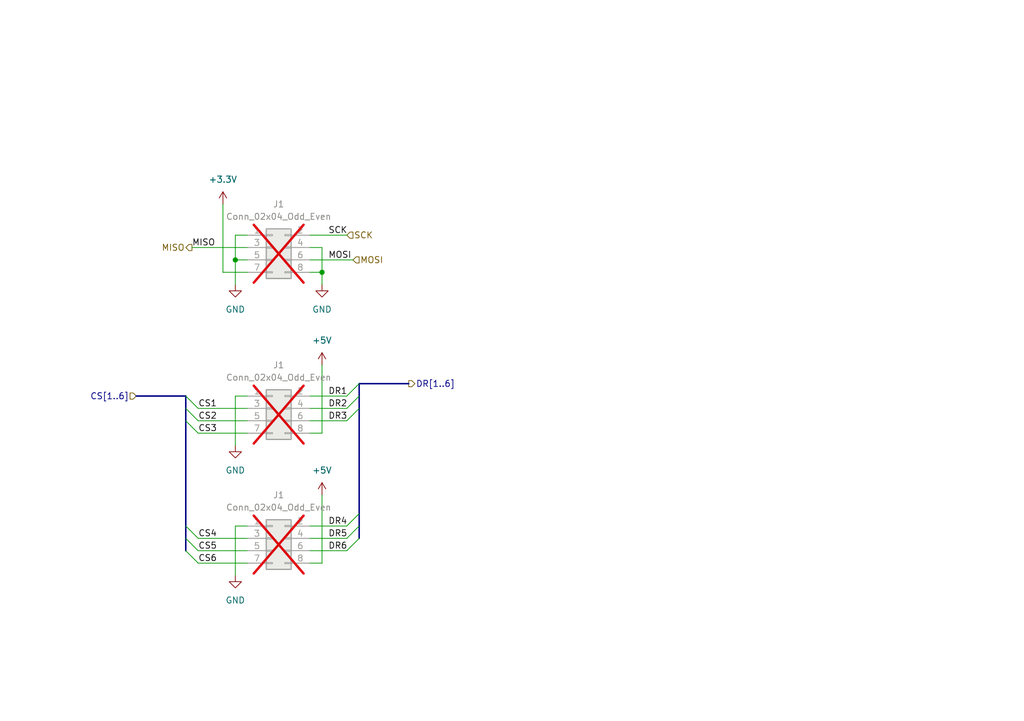
<source format=kicad_sch>
(kicad_sch (version 20230121) (generator eeschema)

  (uuid 27afe288-579d-4a00-be7f-5db13f2ac02c)

  (paper "A5")

  (lib_symbols
    (symbol "Connector_Generic:Conn_02x04_Odd_Even" (pin_names (offset 1.016) hide) (in_bom yes) (on_board yes)
      (property "Reference" "J" (at 1.27 5.08 0)
        (effects (font (size 1.27 1.27)))
      )
      (property "Value" "Conn_02x04_Odd_Even" (at 1.27 -7.62 0)
        (effects (font (size 1.27 1.27)))
      )
      (property "Footprint" "" (at 0 0 0)
        (effects (font (size 1.27 1.27)) hide)
      )
      (property "Datasheet" "~" (at 0 0 0)
        (effects (font (size 1.27 1.27)) hide)
      )
      (property "ki_keywords" "connector" (at 0 0 0)
        (effects (font (size 1.27 1.27)) hide)
      )
      (property "ki_description" "Generic connector, double row, 02x04, odd/even pin numbering scheme (row 1 odd numbers, row 2 even numbers), script generated (kicad-library-utils/schlib/autogen/connector/)" (at 0 0 0)
        (effects (font (size 1.27 1.27)) hide)
      )
      (property "ki_fp_filters" "Connector*:*_2x??_*" (at 0 0 0)
        (effects (font (size 1.27 1.27)) hide)
      )
      (symbol "Conn_02x04_Odd_Even_1_1"
        (rectangle (start -1.27 -4.953) (end 0 -5.207)
          (stroke (width 0.1524) (type default))
          (fill (type none))
        )
        (rectangle (start -1.27 -2.413) (end 0 -2.667)
          (stroke (width 0.1524) (type default))
          (fill (type none))
        )
        (rectangle (start -1.27 0.127) (end 0 -0.127)
          (stroke (width 0.1524) (type default))
          (fill (type none))
        )
        (rectangle (start -1.27 2.667) (end 0 2.413)
          (stroke (width 0.1524) (type default))
          (fill (type none))
        )
        (rectangle (start -1.27 3.81) (end 3.81 -6.35)
          (stroke (width 0.254) (type default))
          (fill (type background))
        )
        (rectangle (start 3.81 -4.953) (end 2.54 -5.207)
          (stroke (width 0.1524) (type default))
          (fill (type none))
        )
        (rectangle (start 3.81 -2.413) (end 2.54 -2.667)
          (stroke (width 0.1524) (type default))
          (fill (type none))
        )
        (rectangle (start 3.81 0.127) (end 2.54 -0.127)
          (stroke (width 0.1524) (type default))
          (fill (type none))
        )
        (rectangle (start 3.81 2.667) (end 2.54 2.413)
          (stroke (width 0.1524) (type default))
          (fill (type none))
        )
        (pin passive line (at -5.08 2.54 0) (length 3.81)
          (name "Pin_1" (effects (font (size 1.27 1.27))))
          (number "1" (effects (font (size 1.27 1.27))))
        )
        (pin passive line (at 7.62 2.54 180) (length 3.81)
          (name "Pin_2" (effects (font (size 1.27 1.27))))
          (number "2" (effects (font (size 1.27 1.27))))
        )
        (pin passive line (at -5.08 0 0) (length 3.81)
          (name "Pin_3" (effects (font (size 1.27 1.27))))
          (number "3" (effects (font (size 1.27 1.27))))
        )
        (pin passive line (at 7.62 0 180) (length 3.81)
          (name "Pin_4" (effects (font (size 1.27 1.27))))
          (number "4" (effects (font (size 1.27 1.27))))
        )
        (pin passive line (at -5.08 -2.54 0) (length 3.81)
          (name "Pin_5" (effects (font (size 1.27 1.27))))
          (number "5" (effects (font (size 1.27 1.27))))
        )
        (pin passive line (at 7.62 -2.54 180) (length 3.81)
          (name "Pin_6" (effects (font (size 1.27 1.27))))
          (number "6" (effects (font (size 1.27 1.27))))
        )
        (pin passive line (at -5.08 -5.08 0) (length 3.81)
          (name "Pin_7" (effects (font (size 1.27 1.27))))
          (number "7" (effects (font (size 1.27 1.27))))
        )
        (pin passive line (at 7.62 -5.08 180) (length 3.81)
          (name "Pin_8" (effects (font (size 1.27 1.27))))
          (number "8" (effects (font (size 1.27 1.27))))
        )
      )
    )
    (symbol "power:+3.3V" (power) (pin_names (offset 0)) (in_bom yes) (on_board yes)
      (property "Reference" "#PWR" (at 0 -3.81 0)
        (effects (font (size 1.27 1.27)) hide)
      )
      (property "Value" "+3.3V" (at 0 3.556 0)
        (effects (font (size 1.27 1.27)))
      )
      (property "Footprint" "" (at 0 0 0)
        (effects (font (size 1.27 1.27)) hide)
      )
      (property "Datasheet" "" (at 0 0 0)
        (effects (font (size 1.27 1.27)) hide)
      )
      (property "ki_keywords" "global power" (at 0 0 0)
        (effects (font (size 1.27 1.27)) hide)
      )
      (property "ki_description" "Power symbol creates a global label with name \"+3.3V\"" (at 0 0 0)
        (effects (font (size 1.27 1.27)) hide)
      )
      (symbol "+3.3V_0_1"
        (polyline
          (pts
            (xy -0.762 1.27)
            (xy 0 2.54)
          )
          (stroke (width 0) (type default))
          (fill (type none))
        )
        (polyline
          (pts
            (xy 0 0)
            (xy 0 2.54)
          )
          (stroke (width 0) (type default))
          (fill (type none))
        )
        (polyline
          (pts
            (xy 0 2.54)
            (xy 0.762 1.27)
          )
          (stroke (width 0) (type default))
          (fill (type none))
        )
      )
      (symbol "+3.3V_1_1"
        (pin power_in line (at 0 0 90) (length 0) hide
          (name "+3.3V" (effects (font (size 1.27 1.27))))
          (number "1" (effects (font (size 1.27 1.27))))
        )
      )
    )
    (symbol "power:+5V" (power) (pin_names (offset 0)) (in_bom yes) (on_board yes)
      (property "Reference" "#PWR" (at 0 -3.81 0)
        (effects (font (size 1.27 1.27)) hide)
      )
      (property "Value" "+5V" (at 0 3.556 0)
        (effects (font (size 1.27 1.27)))
      )
      (property "Footprint" "" (at 0 0 0)
        (effects (font (size 1.27 1.27)) hide)
      )
      (property "Datasheet" "" (at 0 0 0)
        (effects (font (size 1.27 1.27)) hide)
      )
      (property "ki_keywords" "global power" (at 0 0 0)
        (effects (font (size 1.27 1.27)) hide)
      )
      (property "ki_description" "Power symbol creates a global label with name \"+5V\"" (at 0 0 0)
        (effects (font (size 1.27 1.27)) hide)
      )
      (symbol "+5V_0_1"
        (polyline
          (pts
            (xy -0.762 1.27)
            (xy 0 2.54)
          )
          (stroke (width 0) (type default))
          (fill (type none))
        )
        (polyline
          (pts
            (xy 0 0)
            (xy 0 2.54)
          )
          (stroke (width 0) (type default))
          (fill (type none))
        )
        (polyline
          (pts
            (xy 0 2.54)
            (xy 0.762 1.27)
          )
          (stroke (width 0) (type default))
          (fill (type none))
        )
      )
      (symbol "+5V_1_1"
        (pin power_in line (at 0 0 90) (length 0) hide
          (name "+5V" (effects (font (size 1.27 1.27))))
          (number "1" (effects (font (size 1.27 1.27))))
        )
      )
    )
    (symbol "power:GND" (power) (pin_names (offset 0)) (in_bom yes) (on_board yes)
      (property "Reference" "#PWR" (at 0 -6.35 0)
        (effects (font (size 1.27 1.27)) hide)
      )
      (property "Value" "GND" (at 0 -3.81 0)
        (effects (font (size 1.27 1.27)))
      )
      (property "Footprint" "" (at 0 0 0)
        (effects (font (size 1.27 1.27)) hide)
      )
      (property "Datasheet" "" (at 0 0 0)
        (effects (font (size 1.27 1.27)) hide)
      )
      (property "ki_keywords" "global power" (at 0 0 0)
        (effects (font (size 1.27 1.27)) hide)
      )
      (property "ki_description" "Power symbol creates a global label with name \"GND\" , ground" (at 0 0 0)
        (effects (font (size 1.27 1.27)) hide)
      )
      (symbol "GND_0_1"
        (polyline
          (pts
            (xy 0 0)
            (xy 0 -1.27)
            (xy 1.27 -1.27)
            (xy 0 -2.54)
            (xy -1.27 -1.27)
            (xy 0 -1.27)
          )
          (stroke (width 0) (type default))
          (fill (type none))
        )
      )
      (symbol "GND_1_1"
        (pin power_in line (at 0 0 270) (length 0) hide
          (name "GND" (effects (font (size 1.27 1.27))))
          (number "1" (effects (font (size 1.27 1.27))))
        )
      )
    )
  )

  (junction (at 66.04 55.88) (diameter 0) (color 0 0 0 0)
    (uuid 9e8ecebf-4d6d-4ef5-be6a-abc7b2756cb1)
  )
  (junction (at 48.26 53.34) (diameter 0) (color 0 0 0 0)
    (uuid ed18fc76-2ac4-4307-8034-f26df69c1fe2)
  )

  (bus_entry (at 71.12 107.95) (size 2.54 -2.54)
    (stroke (width 0) (type default))
    (uuid 0ef49030-78a7-4c69-892c-2a6f754d477a)
  )
  (bus_entry (at 71.12 81.28) (size 2.54 -2.54)
    (stroke (width 0) (type default))
    (uuid 1855c7ca-6f4a-4acc-bdba-4af9bc23491c)
  )
  (bus_entry (at 38.1 113.03) (size 2.54 2.54)
    (stroke (width 0) (type default))
    (uuid 2e4d6b1a-36cb-4dfa-a73b-b2e700ba8ea1)
  )
  (bus_entry (at 38.1 107.95) (size 2.54 2.54)
    (stroke (width 0) (type default))
    (uuid 3d86f8e6-d779-4644-ab66-f160d124b949)
  )
  (bus_entry (at 71.12 110.49) (size 2.54 -2.54)
    (stroke (width 0) (type default))
    (uuid 5ad90f27-325c-46ea-9169-a9e758214b1d)
  )
  (bus_entry (at 38.1 110.49) (size 2.54 2.54)
    (stroke (width 0) (type default))
    (uuid 5e1a5e7b-9a7b-4be5-9f86-1d1203a261a1)
  )
  (bus_entry (at 71.12 83.82) (size 2.54 -2.54)
    (stroke (width 0) (type default))
    (uuid 7e40626a-4534-468d-9087-8b071357b131)
  )
  (bus_entry (at 38.1 86.36) (size 2.54 2.54)
    (stroke (width 0) (type default))
    (uuid a811f4a0-9526-4373-bf17-964b4969e606)
  )
  (bus_entry (at 71.12 86.36) (size 2.54 -2.54)
    (stroke (width 0) (type default))
    (uuid c04f8acb-c1ea-453e-a17e-c55afc965d1d)
  )
  (bus_entry (at 71.12 113.03) (size 2.54 -2.54)
    (stroke (width 0) (type default))
    (uuid cd1b6b88-3379-4c72-86b1-26b799ecaf99)
  )
  (bus_entry (at 38.1 81.28) (size 2.54 2.54)
    (stroke (width 0) (type default))
    (uuid d4ed6d04-08ce-49a2-9d00-cab815edd6a1)
  )
  (bus_entry (at 38.1 83.82) (size 2.54 2.54)
    (stroke (width 0) (type default))
    (uuid ed9d9692-e719-44d2-a258-636ae87e1ade)
  )

  (wire (pts (xy 45.72 41.91) (xy 45.72 55.88))
    (stroke (width 0) (type default))
    (uuid 05bf73e1-0040-46eb-b57a-f10e74a0ec5e)
  )
  (wire (pts (xy 40.64 113.03) (xy 50.8 113.03))
    (stroke (width 0) (type default))
    (uuid 09474244-bad9-4695-86cc-54b134d83d25)
  )
  (wire (pts (xy 66.04 101.6) (xy 66.04 115.57))
    (stroke (width 0) (type default))
    (uuid 1270104c-e633-447e-baa5-83dff88aaba2)
  )
  (wire (pts (xy 40.64 83.82) (xy 50.8 83.82))
    (stroke (width 0) (type default))
    (uuid 1d1ce6d9-a49b-49af-8ab8-ca5273852682)
  )
  (wire (pts (xy 63.5 86.36) (xy 71.12 86.36))
    (stroke (width 0) (type default))
    (uuid 20cc2bda-087c-40f4-9e80-8468db58f875)
  )
  (wire (pts (xy 66.04 115.57) (xy 63.5 115.57))
    (stroke (width 0) (type default))
    (uuid 21c34a1f-a1ba-42bc-97d2-6ebaee2a9f20)
  )
  (bus (pts (xy 38.1 110.49) (xy 38.1 113.03))
    (stroke (width 0) (type default))
    (uuid 2f14890b-62d1-466f-90aa-08dc3eef792e)
  )

  (wire (pts (xy 66.04 50.8) (xy 63.5 50.8))
    (stroke (width 0) (type default))
    (uuid 2f955ac6-12d4-4238-9b6b-8fd4cc2288eb)
  )
  (bus (pts (xy 73.66 107.95) (xy 73.66 105.41))
    (stroke (width 0) (type default))
    (uuid 35af8bc5-96d3-4ea9-97de-5addc1fb039f)
  )

  (wire (pts (xy 63.5 81.28) (xy 71.12 81.28))
    (stroke (width 0) (type default))
    (uuid 3bbd4f3f-6475-4372-8ee4-028adcf4464a)
  )
  (wire (pts (xy 48.26 48.26) (xy 50.8 48.26))
    (stroke (width 0) (type default))
    (uuid 40018d4a-25b9-4af2-817e-e2b705d7d86a)
  )
  (wire (pts (xy 48.26 91.44) (xy 48.26 81.28))
    (stroke (width 0) (type default))
    (uuid 431382d1-702a-4b46-b483-cafd31b20b7a)
  )
  (wire (pts (xy 66.04 88.9) (xy 63.5 88.9))
    (stroke (width 0) (type default))
    (uuid 43948b55-6765-4415-bc8c-9f028d7e88e0)
  )
  (bus (pts (xy 73.66 83.82) (xy 73.66 81.28))
    (stroke (width 0) (type default))
    (uuid 459c4131-49f8-401b-97b5-3da8d2af3d37)
  )
  (bus (pts (xy 73.66 81.28) (xy 73.66 78.74))
    (stroke (width 0) (type default))
    (uuid 476c5b70-e40f-4127-bb50-519c4ae6cda6)
  )
  (bus (pts (xy 73.66 83.82) (xy 73.66 105.41))
    (stroke (width 0) (type default))
    (uuid 4a9b9134-f004-4356-9edc-48f31cd934f0)
  )

  (wire (pts (xy 66.04 58.42) (xy 66.04 55.88))
    (stroke (width 0) (type default))
    (uuid 53347c88-04cc-4785-ae2c-d8282868a9fa)
  )
  (wire (pts (xy 48.26 53.34) (xy 50.8 53.34))
    (stroke (width 0) (type default))
    (uuid 58683b61-2414-4bcf-8984-5e8afa8ca518)
  )
  (bus (pts (xy 38.1 86.36) (xy 38.1 83.82))
    (stroke (width 0) (type default))
    (uuid 5f04b333-6f5f-459b-86a4-9d2d84fbaa82)
  )

  (wire (pts (xy 40.64 88.9) (xy 50.8 88.9))
    (stroke (width 0) (type default))
    (uuid 65d1c812-3fb6-4e99-b4b8-ce60d3ee60cf)
  )
  (wire (pts (xy 39.37 50.8) (xy 50.8 50.8))
    (stroke (width 0) (type default))
    (uuid 68cedeca-5074-4b91-b872-e3af26cf2272)
  )
  (bus (pts (xy 73.66 110.49) (xy 73.66 107.95))
    (stroke (width 0) (type default))
    (uuid 6b1aa145-5ae8-4b93-94a8-19c5d9980b73)
  )

  (wire (pts (xy 48.26 107.95) (xy 50.8 107.95))
    (stroke (width 0) (type default))
    (uuid 799de0df-e546-4e08-a580-19dc062aa861)
  )
  (wire (pts (xy 66.04 55.88) (xy 63.5 55.88))
    (stroke (width 0) (type default))
    (uuid 7a984750-992b-44ad-b65d-37a5a82fb77e)
  )
  (bus (pts (xy 27.94 81.28) (xy 38.1 81.28))
    (stroke (width 0) (type default))
    (uuid 7b7bc142-0cb8-40fe-8d04-864158ca4656)
  )
  (bus (pts (xy 38.1 86.36) (xy 38.1 107.95))
    (stroke (width 0) (type default))
    (uuid 811b00eb-c723-46e9-a607-d022a887289c)
  )

  (wire (pts (xy 63.5 107.95) (xy 71.12 107.95))
    (stroke (width 0) (type default))
    (uuid 85acab09-9921-4273-a24b-d64c2f0ad1ca)
  )
  (wire (pts (xy 63.5 48.26) (xy 71.12 48.26))
    (stroke (width 0) (type default))
    (uuid 8631e486-a89f-4344-969b-1722e0abb9f4)
  )
  (wire (pts (xy 63.5 113.03) (xy 71.12 113.03))
    (stroke (width 0) (type default))
    (uuid 864aa342-6233-4489-8ffe-eb4cf8c61de7)
  )
  (wire (pts (xy 63.5 83.82) (xy 71.12 83.82))
    (stroke (width 0) (type default))
    (uuid 9c591b10-6057-49a4-8777-d8a6b272b267)
  )
  (wire (pts (xy 63.5 110.49) (xy 71.12 110.49))
    (stroke (width 0) (type default))
    (uuid 9e348754-d0a9-43f4-bb28-6136e77c8de6)
  )
  (bus (pts (xy 73.66 78.74) (xy 83.82 78.74))
    (stroke (width 0) (type default))
    (uuid a4c4552e-4cff-4166-b095-24fc333b9c71)
  )
  (bus (pts (xy 38.1 107.95) (xy 38.1 110.49))
    (stroke (width 0) (type default))
    (uuid b23c7a72-39f6-42b8-b4d4-df6bb7b38db5)
  )

  (wire (pts (xy 40.64 86.36) (xy 50.8 86.36))
    (stroke (width 0) (type default))
    (uuid ba9ed25a-5ff0-4c50-8422-8045431acf3f)
  )
  (wire (pts (xy 63.5 53.34) (xy 72.39 53.34))
    (stroke (width 0) (type default))
    (uuid c1b63558-1ed1-4887-8249-5e3fc0abaa3a)
  )
  (wire (pts (xy 45.72 55.88) (xy 50.8 55.88))
    (stroke (width 0) (type default))
    (uuid c88d29e2-5f39-4118-ab3f-f0eb007c042b)
  )
  (wire (pts (xy 48.26 58.42) (xy 48.26 53.34))
    (stroke (width 0) (type default))
    (uuid c99c6271-b56c-439c-962f-19c69ebbf74d)
  )
  (wire (pts (xy 48.26 53.34) (xy 48.26 48.26))
    (stroke (width 0) (type default))
    (uuid cce0a6a2-f521-429f-bd0e-ec3aa7915f09)
  )
  (wire (pts (xy 66.04 74.93) (xy 66.04 88.9))
    (stroke (width 0) (type default))
    (uuid d76f793d-9baa-40b6-a517-5fec18b2eea3)
  )
  (wire (pts (xy 48.26 81.28) (xy 50.8 81.28))
    (stroke (width 0) (type default))
    (uuid d8b77601-6d07-424b-8764-8c76adcd73e2)
  )
  (wire (pts (xy 40.64 110.49) (xy 50.8 110.49))
    (stroke (width 0) (type default))
    (uuid d932b5ec-f1d8-468d-9c18-603721348df7)
  )
  (wire (pts (xy 48.26 118.11) (xy 48.26 107.95))
    (stroke (width 0) (type default))
    (uuid e5070b0c-9530-4c7b-b7d0-38fb230751a2)
  )
  (wire (pts (xy 66.04 55.88) (xy 66.04 50.8))
    (stroke (width 0) (type default))
    (uuid e5b518c7-21ec-49e5-9990-193016149b87)
  )
  (bus (pts (xy 38.1 83.82) (xy 38.1 81.28))
    (stroke (width 0) (type default))
    (uuid f0ac65bf-4242-4c06-9897-0aa2b6980fa0)
  )

  (wire (pts (xy 40.64 115.57) (xy 50.8 115.57))
    (stroke (width 0) (type default))
    (uuid fb2925c7-ccde-44f1-b173-8e27aae4f8e3)
  )

  (label "DR4" (at 67.31 107.95 0) (fields_autoplaced)
    (effects (font (size 1.27 1.27)) (justify left bottom))
    (uuid 30f35137-6d6d-4e27-b674-c509400b93ee)
  )
  (label "SCK" (at 67.31 48.26 0) (fields_autoplaced)
    (effects (font (size 1.27 1.27)) (justify left bottom))
    (uuid 3caf10dd-8ab4-44bb-9eb4-2b6691465feb)
  )
  (label "DR3" (at 67.31 86.36 0) (fields_autoplaced)
    (effects (font (size 1.27 1.27)) (justify left bottom))
    (uuid 44a11206-0cc6-40bc-8c9e-c7dea54dd084)
  )
  (label "MOSI" (at 67.31 53.34 0) (fields_autoplaced)
    (effects (font (size 1.27 1.27)) (justify left bottom))
    (uuid 56503e8d-5212-49a8-b5b2-4c712409feb6)
  )
  (label "CS3" (at 40.64 88.9 0) (fields_autoplaced)
    (effects (font (size 1.27 1.27)) (justify left bottom))
    (uuid 70fb0211-9c17-4189-8f77-a33ab6c94032)
  )
  (label "CS1" (at 40.64 83.82 0) (fields_autoplaced)
    (effects (font (size 1.27 1.27)) (justify left bottom))
    (uuid a2426303-2390-4090-942f-d2045b2d2856)
  )
  (label "CS5" (at 40.64 113.03 0) (fields_autoplaced)
    (effects (font (size 1.27 1.27)) (justify left bottom))
    (uuid ad7ebb51-5b2c-44a7-8ef1-8f6ec4b47033)
  )
  (label "MISO" (at 39.37 50.8 0) (fields_autoplaced)
    (effects (font (size 1.27 1.27)) (justify left bottom))
    (uuid b41cc983-fc96-4f97-b6d9-dd6e366fd1fb)
  )
  (label "DR6" (at 67.31 113.03 0) (fields_autoplaced)
    (effects (font (size 1.27 1.27)) (justify left bottom))
    (uuid b6ded1bc-cd9f-49f4-81de-77e12d0e144d)
  )
  (label "DR5" (at 67.31 110.49 0) (fields_autoplaced)
    (effects (font (size 1.27 1.27)) (justify left bottom))
    (uuid c1432051-e471-4f4f-a01b-63e4d51999a6)
  )
  (label "DR1" (at 67.31 81.28 0) (fields_autoplaced)
    (effects (font (size 1.27 1.27)) (justify left bottom))
    (uuid c2aaf23b-0588-46d2-bac5-56856429d6aa)
  )
  (label "CS4" (at 40.64 110.49 0) (fields_autoplaced)
    (effects (font (size 1.27 1.27)) (justify left bottom))
    (uuid e11965f5-7357-472b-8d09-744635147bf0)
  )
  (label "CS6" (at 40.64 115.57 0) (fields_autoplaced)
    (effects (font (size 1.27 1.27)) (justify left bottom))
    (uuid e2f46031-6dee-400f-bdc7-d08eb77470f0)
  )
  (label "DR2" (at 67.31 83.82 0) (fields_autoplaced)
    (effects (font (size 1.27 1.27)) (justify left bottom))
    (uuid f682ae70-bece-4269-b5ae-140f9779042b)
  )
  (label "CS2" (at 40.64 86.36 0) (fields_autoplaced)
    (effects (font (size 1.27 1.27)) (justify left bottom))
    (uuid fa5defa7-9885-4313-a33e-1066f2586437)
  )

  (hierarchical_label "SCK" (shape input) (at 71.12 48.26 0) (fields_autoplaced)
    (effects (font (size 1.27 1.27)) (justify left))
    (uuid 51cd516a-fd32-4443-9978-97c19335cdcc)
  )
  (hierarchical_label "MOSI" (shape input) (at 72.39 53.34 0) (fields_autoplaced)
    (effects (font (size 1.27 1.27)) (justify left))
    (uuid 77573985-947e-44b7-bfa3-2f80a6700268)
  )
  (hierarchical_label "CS[1..6]" (shape input) (at 27.94 81.28 180) (fields_autoplaced)
    (effects (font (size 1.27 1.27)) (justify right))
    (uuid b27558f2-1c7b-46e0-9802-a3cd19cfb1b9)
  )
  (hierarchical_label "DR[1..6]" (shape output) (at 83.82 78.74 0) (fields_autoplaced)
    (effects (font (size 1.27 1.27)) (justify left))
    (uuid bece85da-060b-4152-a2f4-c680082410af)
  )
  (hierarchical_label "MISO" (shape output) (at 39.37 50.8 180) (fields_autoplaced)
    (effects (font (size 1.27 1.27)) (justify right))
    (uuid ea613736-34c3-49b2-9018-abd741db6344)
  )

  (symbol (lib_id "power:GND") (at 48.26 118.11 0) (unit 1)
    (in_bom yes) (on_board yes) (dnp no) (fields_autoplaced)
    (uuid 1fe19635-33ac-4162-8f18-a5c5aafc9509)
    (property "Reference" "#PWR017" (at 48.26 124.46 0)
      (effects (font (size 1.27 1.27)) hide)
    )
    (property "Value" "GND" (at 48.26 123.19 0)
      (effects (font (size 1.27 1.27)))
    )
    (property "Footprint" "" (at 48.26 118.11 0)
      (effects (font (size 1.27 1.27)) hide)
    )
    (property "Datasheet" "" (at 48.26 118.11 0)
      (effects (font (size 1.27 1.27)) hide)
    )
    (pin "1" (uuid e83a3aac-8d71-41d0-b247-f79960fa4918))
    (instances
      (project "SensorNode"
        (path "/f9afaad8-ec12-4acb-8555-4f24af8e63da"
          (reference "#PWR017") (unit 1)
        )
        (path "/f9afaad8-ec12-4acb-8555-4f24af8e63da/fe0f83c2-c3bf-409f-ac05-79d91c87632a"
          (reference "#PWR043") (unit 1)
        )
        (path "/f9afaad8-ec12-4acb-8555-4f24af8e63da/e4efc7d8-79f0-4b48-b685-d62e1b13b95b"
          (reference "#PWR036") (unit 1)
        )
        (path "/f9afaad8-ec12-4acb-8555-4f24af8e63da/5eab1850-5ba7-43b2-8afd-3496df17c21b"
          (reference "#PWR073") (unit 1)
        )
      )
    )
  )

  (symbol (lib_id "power:+5V") (at 66.04 74.93 0) (unit 1)
    (in_bom yes) (on_board yes) (dnp no) (fields_autoplaced)
    (uuid 413a734f-974d-4503-9124-ef3b144f14c4)
    (property "Reference" "#PWR041" (at 66.04 78.74 0)
      (effects (font (size 1.27 1.27)) hide)
    )
    (property "Value" "+5V" (at 66.04 69.85 0)
      (effects (font (size 1.27 1.27)))
    )
    (property "Footprint" "" (at 66.04 74.93 0)
      (effects (font (size 1.27 1.27)) hide)
    )
    (property "Datasheet" "" (at 66.04 74.93 0)
      (effects (font (size 1.27 1.27)) hide)
    )
    (pin "1" (uuid 08885d7b-5256-4117-a531-ff33f0e28d7a))
    (instances
      (project "SensorNode"
        (path "/f9afaad8-ec12-4acb-8555-4f24af8e63da"
          (reference "#PWR041") (unit 1)
        )
        (path "/f9afaad8-ec12-4acb-8555-4f24af8e63da/fe0f83c2-c3bf-409f-ac05-79d91c87632a"
          (reference "#PWR045") (unit 1)
        )
        (path "/f9afaad8-ec12-4acb-8555-4f24af8e63da/e4efc7d8-79f0-4b48-b685-d62e1b13b95b"
          (reference "#PWR038") (unit 1)
        )
        (path "/f9afaad8-ec12-4acb-8555-4f24af8e63da/5eab1850-5ba7-43b2-8afd-3496df17c21b"
          (reference "#PWR075") (unit 1)
        )
      )
    )
  )

  (symbol (lib_id "power:GND") (at 48.26 91.44 0) (unit 1)
    (in_bom yes) (on_board yes) (dnp no) (fields_autoplaced)
    (uuid 4869c196-4e73-47a8-898f-9d8f8ae7f850)
    (property "Reference" "#PWR038" (at 48.26 97.79 0)
      (effects (font (size 1.27 1.27)) hide)
    )
    (property "Value" "GND" (at 48.26 96.52 0)
      (effects (font (size 1.27 1.27)))
    )
    (property "Footprint" "" (at 48.26 91.44 0)
      (effects (font (size 1.27 1.27)) hide)
    )
    (property "Datasheet" "" (at 48.26 91.44 0)
      (effects (font (size 1.27 1.27)) hide)
    )
    (pin "1" (uuid a50920f5-80e2-4137-8321-d00f7ffa752b))
    (instances
      (project "SensorNode"
        (path "/f9afaad8-ec12-4acb-8555-4f24af8e63da"
          (reference "#PWR038") (unit 1)
        )
        (path "/f9afaad8-ec12-4acb-8555-4f24af8e63da/fe0f83c2-c3bf-409f-ac05-79d91c87632a"
          (reference "#PWR042") (unit 1)
        )
        (path "/f9afaad8-ec12-4acb-8555-4f24af8e63da/e4efc7d8-79f0-4b48-b685-d62e1b13b95b"
          (reference "#PWR035") (unit 1)
        )
        (path "/f9afaad8-ec12-4acb-8555-4f24af8e63da/5eab1850-5ba7-43b2-8afd-3496df17c21b"
          (reference "#PWR072") (unit 1)
        )
      )
    )
  )

  (symbol (lib_id "Connector_Generic:Conn_02x04_Odd_Even") (at 55.88 110.49 0) (unit 1)
    (in_bom yes) (on_board yes) (dnp yes) (fields_autoplaced)
    (uuid 54cbfd4a-2735-4a7a-a0e3-2aa0de41dc42)
    (property "Reference" "J1" (at 57.15 101.6 0)
      (effects (font (size 1.27 1.27)))
    )
    (property "Value" "Conn_02x04_Odd_Even" (at 57.15 104.14 0)
      (effects (font (size 1.27 1.27)))
    )
    (property "Footprint" "Connector_PinHeader_2.54mm:PinHeader_2x04_P2.54mm_Vertical" (at 55.88 110.49 0)
      (effects (font (size 1.27 1.27)) hide)
    )
    (property "Datasheet" "~" (at 55.88 110.49 0)
      (effects (font (size 1.27 1.27)) hide)
    )
    (pin "1" (uuid e9e678f8-3e25-41f6-96c1-b96cc595fa7f))
    (pin "2" (uuid a22a3c90-54a0-4d80-b07c-510adaf32b33))
    (pin "3" (uuid 502642cf-981a-42d2-9b8e-1e4a5219e9d5))
    (pin "4" (uuid 36e7db69-d6a4-4a0f-bdd6-48569ed087a2))
    (pin "5" (uuid 378f0a0e-7264-4cce-beca-fbce767826ff))
    (pin "6" (uuid db970e9b-75a4-4d92-9c24-e97aecb5c6b8))
    (pin "7" (uuid 8033af97-d1f6-4778-b4ee-cbf770490281))
    (pin "8" (uuid 5491d315-7295-4cd2-9332-3a214e19d7fb))
    (instances
      (project "SensorNode"
        (path "/f9afaad8-ec12-4acb-8555-4f24af8e63da/fe0f83c2-c3bf-409f-ac05-79d91c87632a"
          (reference "J1") (unit 1)
        )
        (path "/f9afaad8-ec12-4acb-8555-4f24af8e63da/fd758c2b-769d-4773-9001-1a02def9017e"
          (reference "J2") (unit 1)
        )
        (path "/f9afaad8-ec12-4acb-8555-4f24af8e63da/af1e191b-0d5a-4c12-954c-6698dc463854"
          (reference "J3") (unit 1)
        )
        (path "/f9afaad8-ec12-4acb-8555-4f24af8e63da/e4efc7d8-79f0-4b48-b685-d62e1b13b95b"
          (reference "J14") (unit 1)
        )
        (path "/f9afaad8-ec12-4acb-8555-4f24af8e63da/5eab1850-5ba7-43b2-8afd-3496df17c21b"
          (reference "J15") (unit 1)
        )
      )
    )
  )

  (symbol (lib_id "power:+3.3V") (at 45.72 41.91 0) (unit 1)
    (in_bom yes) (on_board yes) (dnp no) (fields_autoplaced)
    (uuid 89b2e218-d3a8-408c-b16f-c0a4da48148f)
    (property "Reference" "#PWR037" (at 45.72 45.72 0)
      (effects (font (size 1.27 1.27)) hide)
    )
    (property "Value" "+3.3V" (at 45.72 36.83 0)
      (effects (font (size 1.27 1.27)))
    )
    (property "Footprint" "" (at 45.72 41.91 0)
      (effects (font (size 1.27 1.27)) hide)
    )
    (property "Datasheet" "" (at 45.72 41.91 0)
      (effects (font (size 1.27 1.27)) hide)
    )
    (pin "1" (uuid eb707998-bfe4-42e0-a3a4-9a8e1f673bd1))
    (instances
      (project "SensorNode"
        (path "/f9afaad8-ec12-4acb-8555-4f24af8e63da"
          (reference "#PWR037") (unit 1)
        )
        (path "/f9afaad8-ec12-4acb-8555-4f24af8e63da/fe0f83c2-c3bf-409f-ac05-79d91c87632a"
          (reference "#PWR040") (unit 1)
        )
        (path "/f9afaad8-ec12-4acb-8555-4f24af8e63da/e4efc7d8-79f0-4b48-b685-d62e1b13b95b"
          (reference "#PWR017") (unit 1)
        )
        (path "/f9afaad8-ec12-4acb-8555-4f24af8e63da/5eab1850-5ba7-43b2-8afd-3496df17c21b"
          (reference "#PWR070") (unit 1)
        )
      )
    )
  )

  (symbol (lib_id "power:GND") (at 66.04 58.42 0) (unit 1)
    (in_bom yes) (on_board yes) (dnp no) (fields_autoplaced)
    (uuid b3054324-11c1-4280-8f4e-9e1bf922b10a)
    (property "Reference" "#PWR035" (at 66.04 64.77 0)
      (effects (font (size 1.27 1.27)) hide)
    )
    (property "Value" "GND" (at 66.04 63.5 0)
      (effects (font (size 1.27 1.27)))
    )
    (property "Footprint" "" (at 66.04 58.42 0)
      (effects (font (size 1.27 1.27)) hide)
    )
    (property "Datasheet" "" (at 66.04 58.42 0)
      (effects (font (size 1.27 1.27)) hide)
    )
    (pin "1" (uuid dffc6178-0709-4042-a13b-d62039c5367e))
    (instances
      (project "SensorNode"
        (path "/f9afaad8-ec12-4acb-8555-4f24af8e63da"
          (reference "#PWR035") (unit 1)
        )
        (path "/f9afaad8-ec12-4acb-8555-4f24af8e63da/fe0f83c2-c3bf-409f-ac05-79d91c87632a"
          (reference "#PWR044") (unit 1)
        )
        (path "/f9afaad8-ec12-4acb-8555-4f24af8e63da/e4efc7d8-79f0-4b48-b685-d62e1b13b95b"
          (reference "#PWR037") (unit 1)
        )
        (path "/f9afaad8-ec12-4acb-8555-4f24af8e63da/5eab1850-5ba7-43b2-8afd-3496df17c21b"
          (reference "#PWR074") (unit 1)
        )
      )
    )
  )

  (symbol (lib_id "Connector_Generic:Conn_02x04_Odd_Even") (at 55.88 50.8 0) (unit 1)
    (in_bom yes) (on_board yes) (dnp yes) (fields_autoplaced)
    (uuid bc63b1f2-d4aa-4c65-b882-997134317d19)
    (property "Reference" "J1" (at 57.15 41.91 0)
      (effects (font (size 1.27 1.27)))
    )
    (property "Value" "Conn_02x04_Odd_Even" (at 57.15 44.45 0)
      (effects (font (size 1.27 1.27)))
    )
    (property "Footprint" "Connector_PinHeader_2.54mm:PinHeader_2x04_P2.54mm_Vertical" (at 55.88 50.8 0)
      (effects (font (size 1.27 1.27)) hide)
    )
    (property "Datasheet" "~" (at 55.88 50.8 0)
      (effects (font (size 1.27 1.27)) hide)
    )
    (pin "1" (uuid ed90ac66-2b80-4924-a01f-0b453810fb83))
    (pin "2" (uuid 465d969a-1ee1-4d84-9121-a61cf91e4c76))
    (pin "3" (uuid d3997044-f3f2-4467-a761-2620a719c50c))
    (pin "4" (uuid ad8b7285-7076-4b82-a48b-55375203eb67))
    (pin "5" (uuid 0f33a132-f570-4cfa-a7a3-c16ef78defc9))
    (pin "6" (uuid 9681972c-5d30-45bd-bcc0-886a16d53524))
    (pin "7" (uuid 3a579fac-b579-4ebf-bc48-ab2af203e38d))
    (pin "8" (uuid 03ec7612-9695-449f-a15e-ee5bd5518189))
    (instances
      (project "SensorNode"
        (path "/f9afaad8-ec12-4acb-8555-4f24af8e63da/fe0f83c2-c3bf-409f-ac05-79d91c87632a"
          (reference "J1") (unit 1)
        )
        (path "/f9afaad8-ec12-4acb-8555-4f24af8e63da/fd758c2b-769d-4773-9001-1a02def9017e"
          (reference "J2") (unit 1)
        )
        (path "/f9afaad8-ec12-4acb-8555-4f24af8e63da/af1e191b-0d5a-4c12-954c-6698dc463854"
          (reference "J3") (unit 1)
        )
        (path "/f9afaad8-ec12-4acb-8555-4f24af8e63da/e4efc7d8-79f0-4b48-b685-d62e1b13b95b"
          (reference "J9") (unit 1)
        )
        (path "/f9afaad8-ec12-4acb-8555-4f24af8e63da/5eab1850-5ba7-43b2-8afd-3496df17c21b"
          (reference "J10") (unit 1)
        )
      )
    )
  )

  (symbol (lib_id "power:GND") (at 48.26 58.42 0) (unit 1)
    (in_bom yes) (on_board yes) (dnp no) (fields_autoplaced)
    (uuid bd45e10a-da14-4401-9e17-c9d141f0d48e)
    (property "Reference" "#PWR036" (at 48.26 64.77 0)
      (effects (font (size 1.27 1.27)) hide)
    )
    (property "Value" "GND" (at 48.26 63.5 0)
      (effects (font (size 1.27 1.27)))
    )
    (property "Footprint" "" (at 48.26 58.42 0)
      (effects (font (size 1.27 1.27)) hide)
    )
    (property "Datasheet" "" (at 48.26 58.42 0)
      (effects (font (size 1.27 1.27)) hide)
    )
    (pin "1" (uuid 2940dee0-7f6e-44a4-942f-4eb2ec9eea21))
    (instances
      (project "SensorNode"
        (path "/f9afaad8-ec12-4acb-8555-4f24af8e63da"
          (reference "#PWR036") (unit 1)
        )
        (path "/f9afaad8-ec12-4acb-8555-4f24af8e63da/fe0f83c2-c3bf-409f-ac05-79d91c87632a"
          (reference "#PWR041") (unit 1)
        )
        (path "/f9afaad8-ec12-4acb-8555-4f24af8e63da/e4efc7d8-79f0-4b48-b685-d62e1b13b95b"
          (reference "#PWR018") (unit 1)
        )
        (path "/f9afaad8-ec12-4acb-8555-4f24af8e63da/5eab1850-5ba7-43b2-8afd-3496df17c21b"
          (reference "#PWR071") (unit 1)
        )
      )
    )
  )

  (symbol (lib_id "Connector_Generic:Conn_02x04_Odd_Even") (at 55.88 83.82 0) (unit 1)
    (in_bom yes) (on_board yes) (dnp yes) (fields_autoplaced)
    (uuid ebde408b-0c46-49a5-82f0-fbbd6a40f7a4)
    (property "Reference" "J1" (at 57.15 74.93 0)
      (effects (font (size 1.27 1.27)))
    )
    (property "Value" "Conn_02x04_Odd_Even" (at 57.15 77.47 0)
      (effects (font (size 1.27 1.27)))
    )
    (property "Footprint" "Connector_PinHeader_2.54mm:PinHeader_2x04_P2.54mm_Vertical" (at 55.88 83.82 0)
      (effects (font (size 1.27 1.27)) hide)
    )
    (property "Datasheet" "~" (at 55.88 83.82 0)
      (effects (font (size 1.27 1.27)) hide)
    )
    (pin "1" (uuid dccb3ba2-d099-45c2-bd4f-9ccea60adf75))
    (pin "2" (uuid 60128ad8-55e3-4154-aa57-7528ae9e68b6))
    (pin "3" (uuid 9a330522-54a0-4919-8ba4-0d82901ebdad))
    (pin "4" (uuid 44a13a1d-ed53-4617-be54-e99b27c4ba63))
    (pin "5" (uuid b59790b7-6365-40d4-9d40-df53d85d8e0d))
    (pin "6" (uuid 13c167a1-5885-4518-9ab2-27f50d3a0ec4))
    (pin "7" (uuid cbd45b41-6e52-4d25-90a3-195474bc6baf))
    (pin "8" (uuid e867d7f1-42f8-42ba-b509-cbff0c215158))
    (instances
      (project "SensorNode"
        (path "/f9afaad8-ec12-4acb-8555-4f24af8e63da/fe0f83c2-c3bf-409f-ac05-79d91c87632a"
          (reference "J1") (unit 1)
        )
        (path "/f9afaad8-ec12-4acb-8555-4f24af8e63da/fd758c2b-769d-4773-9001-1a02def9017e"
          (reference "J2") (unit 1)
        )
        (path "/f9afaad8-ec12-4acb-8555-4f24af8e63da/af1e191b-0d5a-4c12-954c-6698dc463854"
          (reference "J3") (unit 1)
        )
        (path "/f9afaad8-ec12-4acb-8555-4f24af8e63da/e4efc7d8-79f0-4b48-b685-d62e1b13b95b"
          (reference "J11") (unit 1)
        )
        (path "/f9afaad8-ec12-4acb-8555-4f24af8e63da/5eab1850-5ba7-43b2-8afd-3496df17c21b"
          (reference "J13") (unit 1)
        )
      )
    )
  )

  (symbol (lib_id "power:+5V") (at 66.04 101.6 0) (unit 1)
    (in_bom yes) (on_board yes) (dnp no) (fields_autoplaced)
    (uuid fc239ce1-57e1-49f6-bda5-54bb1d61cbe7)
    (property "Reference" "#PWR018" (at 66.04 105.41 0)
      (effects (font (size 1.27 1.27)) hide)
    )
    (property "Value" "+5V" (at 66.04 96.52 0)
      (effects (font (size 1.27 1.27)))
    )
    (property "Footprint" "" (at 66.04 101.6 0)
      (effects (font (size 1.27 1.27)) hide)
    )
    (property "Datasheet" "" (at 66.04 101.6 0)
      (effects (font (size 1.27 1.27)) hide)
    )
    (pin "1" (uuid 8dc8ab70-a553-4c8d-8156-cd206c17d91d))
    (instances
      (project "SensorNode"
        (path "/f9afaad8-ec12-4acb-8555-4f24af8e63da"
          (reference "#PWR018") (unit 1)
        )
        (path "/f9afaad8-ec12-4acb-8555-4f24af8e63da/fe0f83c2-c3bf-409f-ac05-79d91c87632a"
          (reference "#PWR046") (unit 1)
        )
        (path "/f9afaad8-ec12-4acb-8555-4f24af8e63da/e4efc7d8-79f0-4b48-b685-d62e1b13b95b"
          (reference "#PWR039") (unit 1)
        )
        (path "/f9afaad8-ec12-4acb-8555-4f24af8e63da/5eab1850-5ba7-43b2-8afd-3496df17c21b"
          (reference "#PWR076") (unit 1)
        )
      )
    )
  )
)

</source>
